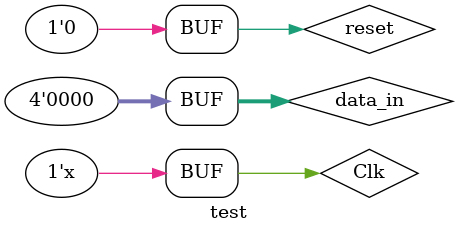
<source format=v>
`timescale 1ns / 1ps


module test;

	// Inputs
	reg Clk;
	reg reset;
	reg [3:0] data_in;

	// Outputs
	wire overflow;
	wire [6:0] SSD;
	wire [3:0] AN;
	wire [3:0] result;

	// Instantiate the Unit Under Test (UUT)
	calculator uut (
		.Clk(Clk), 
		.overflow(overflow), 
		.SSD(SSD), 
		.AN(AN), 
		.reset(reset), 
		.data_in(data_in), 
		.result(result)
	);

	initial begin
		// Initialize Inputs
		Clk = 0;
		reset = 0;
		data_in = 0;

		// Wait 100 ns for global reset to finish
		#100;
        
		// Add stimulus here

	end
      
  always #10 Clk=~Clk;
endmodule


</source>
